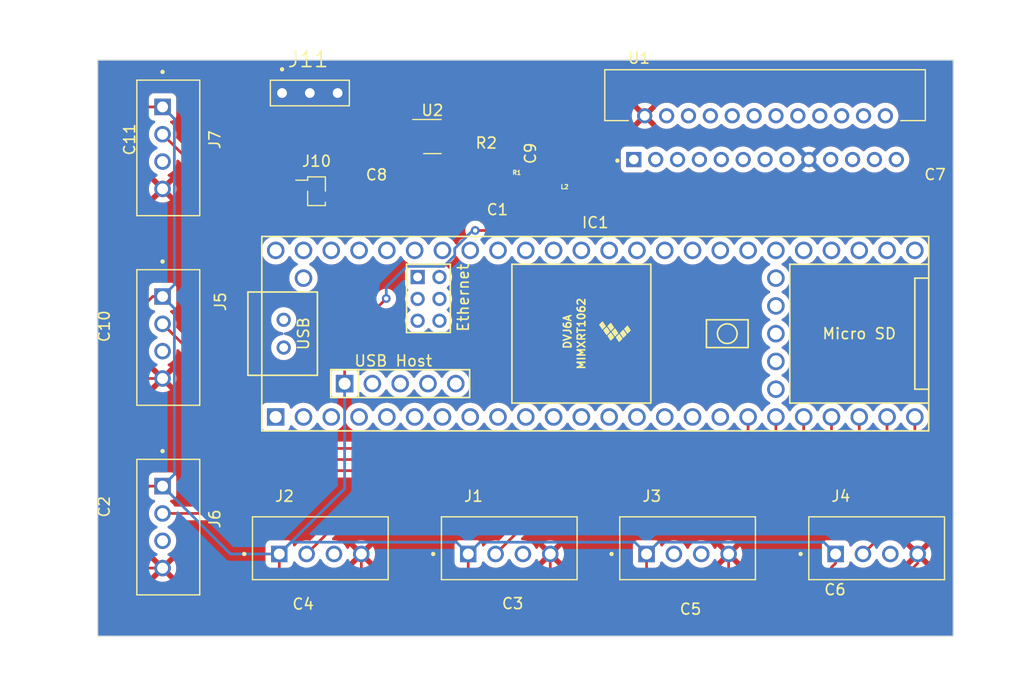
<source format=kicad_pcb>
(kicad_pcb (version 20221018) (generator pcbnew)
  (layers (0 "F.Cu" signal) (31 "B.Cu" signal) (34 "B.Paste" user) (35 "F.Paste" user) (36 "B.SilkS" user "B.Silkscreen") (37 "F.SilkS" user "F.Silkscreen") (38 "B.Mask" user) (39 "F.Mask" user) (44 "Edge.Cuts" user))
  (net 0 "")
  (net 1 "+5V")
  (net 2 "TX1")
  (net 8 "RX2")
  (net 9 "TX2")
  (net 15 "TX3")
  (net 16 "RX3")
  (net 17 "TX4")
  (net 18 "RX4")
  (net 19 "LF_LINE")
  (net 20 "RF_LINE")
  (net 21 "LF_LIR")
  (net 22 "RF_LIR")
  (net 23 "LS_SIR")
  (net 24 "RS_SIR")
  (net 52 "+12V")
  (net 53 "Net-(U2-VBST)")
  (net 54 "GNDS")
  (net 55 "B_LINE")
  (net 56 "M_SPD")
  (net 57 "M_REF")
  (net 58 "Net-(U1-VREG)")
  (net 59 "GND")
  (net 70 "M_IN1")
  (net 71 "M_IN2")
  (net 72 "Net-(J9-Pin_2)")
  (net 74 "Net-(J9-Pin_1)")
  (net 76 "Net-(J8-Pin_2)")
  (net 78 "Net-(J8-Pin_1)")
  (net 85 "Net-(U2-VFB)")
  (net 86 "IR_START")
  (footprint "RoboJackets:INDC2012X145N" (layer "F.Cu") (at 96.139 90.424)
    (fp_text reference "L2" (at -0.46 -1.32) (layer "F.SilkS") (effects (font (size 0.393701 0.393701))))
    (fp_text value "4.7 uH")
    (pad "1" smd rect (at -0.86 0) (size 1.2 1.47) (layers "F.Cu" "F.Paste" "F.Mask") (net 54 "GNDS"))
    (pad "2" smd rect (at 0.86 0) (size 1.2 1.47) (layers "F.Cu" "F.Paste" "F.Mask") (net 1 "+5V"))
  )
  (footprint "RoboJackets:JST_B4B-XH-A_LF__SN_" (layer "F.Cu") (at 59.453 85.538 -90)
    (fp_text reference "J7" (at -0.75 -4.25 90) (layer "F.SilkS"))
    (fp_text value "Line Sensor 3")
    (fp_line (start -6.2 -2.875) (end 6.2 -2.875) (stroke (width 0.127)) (layer "F.SilkS"))
    (fp_line (start -6.2 2.875) (end -6.2 -2.875) (stroke (width 0.127)) (layer "F.SilkS"))
    (fp_line (start 6.2 -2.875) (end 6.2 2.875) (stroke (width 0.127)) (layer "F.SilkS"))
    (fp_line (start 6.2 2.875) (end -6.2 2.875) (stroke (width 0.127)) (layer "F.SilkS"))
    (fp_circle (center -6.95 0.525) (end -6.85 0.525) (stroke (width 0.2)) (fill none) (layer "F.SilkS"))
    (pad "1" thru_hole rect (at -3.75 0.525 270) (size 1.508 1.508) (drill 1) (layers "*.Cu" "*.Mask") (net 1 "+5V"))
    (pad "2" thru_hole circle (at -1.25 0.525 270) (size 1.508 1.508) (drill 1) (layers "*.Cu" "*.Mask") (net 55 "B_LINE"))
    (pad "3" thru_hole circle (at 1.25 0.525 270) (size 1.508 1.508) (drill 1) (layers "*.Cu" "*.Mask"))
    (pad "4" thru_hole circle (at 3.75 0.525 270) (size 1.508 1.508) (drill 1) (layers "*.Cu" "*.Mask") (net 54 "GNDS"))
  )
  (footprint "RoboJackets:JST_B4B-XH-A_LF__SN_" (layer "F.Cu") (at 106.91875 122.157)
    (fp_text reference "J3" (at -3.275 -4.76) (layer "F.SilkS"))
    (fp_text value "Short IR Sensor 2")
    (fp_line (start -6.2 -2.875) (end 6.2 -2.875) (stroke (width 0.127)) (layer "F.SilkS"))
    (fp_line (start -6.2 2.875) (end -6.2 -2.875) (stroke (width 0.127)) (layer "F.SilkS"))
    (fp_line (start 6.2 -2.875) (end 6.2 2.875) (stroke (width 0.127)) (layer "F.SilkS"))
    (fp_line (start 6.2 2.875) (end -6.2 2.875) (stroke (width 0.127)) (layer "F.SilkS"))
    (fp_circle (center -6.95 0.525) (end -6.85 0.525) (stroke (width 0.2)) (fill none) (layer "F.SilkS"))
    (pad "1" thru_hole rect (at -3.75 0.525) (size 1.508 1.508) (drill 1) (layers "*.Cu" "*.Mask") (net 1 "+5V"))
    (pad "2" thru_hole circle (at -1.25 0.525) (size 1.508 1.508) (drill 1) (layers "*.Cu" "*.Mask") (net 23 "LS_SIR"))
    (pad "3" thru_hole circle (at 1.25 0.525) (size 1.508 1.508) (drill 1) (layers "*.Cu" "*.Mask"))
    (pad "4" thru_hole circle (at 3.75 0.525) (size 1.508 1.508) (drill 1) (layers "*.Cu" "*.Mask") (net 54 "GNDS"))
  )
  (footprint "Capacitor_SMD:C_0201_0603Metric" (layer "F.Cu") (at 71.7805 128.314)
    (fp_text reference "C4" (at 0 -1.05) (layer "F.SilkS"))
    (fp_text value "0.1uF")
    (pad "1" smd roundrect (at -0.32 0) (size 0.46 0.4) (layers "F.Cu" "F.Mask") (net 1 "+5V"))
    (pad "2" smd roundrect (at 0.32 0) (size 0.46 0.4) (layers "F.Cu" "F.Mask") (net 54 "GNDS"))
  )
  (footprint "Capacitor_SMD:C_0201_0603Metric" (layer "F.Cu") (at 54.102 120.396 -90)
    (fp_text reference "C2" (at -2.032 0.508 90) (layer "F.SilkS"))
    (fp_text value "0.1uF")
    (pad "1" smd roundrect (at -0.32 0 270) (size 0.46 0.4) (layers "F.Cu" "F.Mask") (net 1 "+5V"))
    (pad "2" smd roundrect (at 0.32 0 270) (size 0.46 0.4) (layers "F.Cu" "F.Mask") (net 54 "GNDS"))
  )
  (footprint "RoboJackets:JST_B4B-XH-A_LF__SN_" (layer "F.Cu") (at 124.2 122.157)
    (fp_text reference "J4" (at -3.275 -4.76) (layer "F.SilkS"))
    (fp_text value "Short IR Sensor 1")
    (fp_line (start -6.2 -2.875) (end 6.2 -2.875) (stroke (width 0.127)) (layer "F.SilkS"))
    (fp_line (start -6.2 2.875) (end -6.2 -2.875) (stroke (width 0.127)) (layer "F.SilkS"))
    (fp_line (start 6.2 -2.875) (end 6.2 2.875) (stroke (width 0.127)) (layer "F.SilkS"))
    (fp_line (start 6.2 2.875) (end -6.2 2.875) (stroke (width 0.127)) (layer "F.SilkS"))
    (fp_circle (center -6.95 0.525) (end -6.85 0.525) (stroke (width 0.2)) (fill none) (layer "F.SilkS"))
    (pad "1" thru_hole rect (at -3.75 0.525) (size 1.508 1.508) (drill 1) (layers "*.Cu" "*.Mask") (net 1 "+5V"))
    (pad "2" thru_hole circle (at -1.25 0.525) (size 1.508 1.508) (drill 1) (layers "*.Cu" "*.Mask") (net 24 "RS_SIR"))
    (pad "3" thru_hole circle (at 1.25 0.525) (size 1.508 1.508) (drill 1) (layers "*.Cu" "*.Mask"))
    (pad "4" thru_hole circle (at 3.75 0.525) (size 1.508 1.508) (drill 1) (layers "*.Cu" "*.Mask") (net 54 "GNDS"))
  )
  (footprint "Capacitor_SMD:C_0201_0603Metric" (layer "F.Cu") (at 54.864 84.77 -90)
    (fp_text reference "C11" (at 0 -1.05 90) (layer "F.SilkS"))
    (fp_text value "0.1uF")
    (pad "1" smd roundrect (at -0.32 0 270) (size 0.46 0.4) (layers "F.Cu" "F.Mask") (net 1 "+5V"))
    (pad "2" smd roundrect (at 0.32 0 270) (size 0.46 0.4) (layers "F.Cu" "F.Mask") (net 54 "GNDS"))
  )
  (footprint "Capacitor_SMD:C_0201_0603Metric" (layer "F.Cu") (at 107.188 128.778)
    (fp_text reference "C5" (at 0 -1.05) (layer "F.SilkS"))
    (fp_text value "0.1uF")
    (pad "1" smd roundrect (at -0.32 0) (size 0.46 0.4) (layers "F.Cu" "F.Mask") (net 1 "+5V"))
    (pad "2" smd roundrect (at 0.32 0) (size 0.46 0.4) (layers "F.Cu" "F.Mask") (net 54 "GNDS"))
  )
  (footprint "Capacitor_SMD:C_0201_0603Metric" (layer "F.Cu") (at 78.486 89.05)
    (fp_text reference "C8" (at 0 -1.05) (layer "F.SilkS"))
    (fp_text value ".1 uF")
    (pad "1" smd roundrect (at -0.32 0) (size 0.46 0.4) (layers "F.Cu" "F.Mask") (net 52 "+12V"))
    (pad "2" smd roundrect (at 0.32 0) (size 0.46 0.4) (layers "F.Cu" "F.Mask") (net 59 "GND"))
  )
  (footprint "RoboJackets:JST_B4B-XH-A_LF__SN_" (layer "F.Cu") (at 90.618 122.157)
    (fp_text reference "J1" (at -3.275 -4.76) (layer "F.SilkS"))
    (fp_text value "Long IR Sensor 1")
    (fp_line (start -6.2 -2.875) (end 6.2 -2.875) (stroke (width 0.127)) (layer "F.SilkS"))
    (fp_line (start -6.2 2.875) (end -6.2 -2.875) (stroke (width 0.127)) (layer "F.SilkS"))
    (fp_line (start 6.2 -2.875) (end 6.2 2.875) (stroke (width 0.127)) (layer "F.SilkS"))
    (fp_line (start 6.2 2.875) (end -6.2 2.875) (stroke (width 0.127)) (layer "F.SilkS"))
    (fp_circle (center -6.95 0.525) (end -6.85 0.525) (stroke (width 0.2)) (fill none) (layer "F.SilkS"))
    (pad "1" thru_hole rect (at -3.75 0.525) (size 1.508 1.508) (drill 1) (layers "*.Cu" "*.Mask") (net 1 "+5V"))
    (pad "2" thru_hole circle (at -1.25 0.525) (size 1.508 1.508) (drill 1) (layers "*.Cu" "*.Mask") (net 22 "RF_LIR"))
    (pad "3" thru_hole circle (at 1.25 0.525) (size 1.508 1.508) (drill 1) (layers "*.Cu" "*.Mask"))
    (pad "4" thru_hole circle (at 3.75 0.525) (size 1.508 1.508) (drill 1) (layers "*.Cu" "*.Mask") (net 54 "GNDS"))
  )
  (footprint "Capacitor_SMD:C_0201_0603Metric" (layer "F.Cu") (at 120.396 127)
    (fp_text reference "C6" (at 0 -1.05) (layer "F.SilkS"))
    (fp_text value "0.1uF")
    (pad "1" smd roundrect (at -0.32 0) (size 0.46 0.4) (layers "F.Cu" "F.Mask") (net 1 "+5V"))
    (pad "2" smd roundrect (at 0.32 0) (size 0.46 0.4) (layers "F.Cu" "F.Mask") (net 54 "GNDS"))
  )
  (footprint "RoboJackets:robo" (layer "F.Cu") (at 88.519 85.09)
    (fp_text reference "R2" (at 0 0 unlocked) (layer "F.SilkS"))
    (fp_text value "50kΩ")
    (pad "1" smd rect (at -0.654399 0) (size 0.858799 0.550799) (layers "F.Cu" "F.Paste" "F.Mask") (net 85 "Net-(U2-VFB)"))
    (pad "2" smd rect (at 0.654399 0) (size 0.858799 0.550799) (layers "F.Cu" "F.Paste" "F.Mask") (net 54 "GNDS"))
    (zone (net 0) (net_name "") (layer "F.Cu") (connect_pads (clearance 0)) (min_thickness 0.254)
      (keepout (tracks not_allowed) (vias not_allowed) (pads allowed) (copperpour not_allowed) (footprints allowed))
      (fill (thermal_gap 0.508) (thermal_bridge_width 0.508))
      (polygon (pts (xy 88.3448 84.8908) (xy 88.6932 84.8908) (xy 88.6932 85.2892) (xy 88.3448 85.2892)))
    )
  )
  (footprint "RoboJackets:JST_B4B-XH-A_LF__SN_" (layer "F.Cu") (at 73.346 122.157)
    (fp_text reference "J2" (at -3.275 -4.76) (layer "F.SilkS"))
    (fp_text value "Long IR Sensor 2")
    (fp_line (start -6.2 -2.875) (end 6.2 -2.875) (stroke (width 0.127)) (layer "F.SilkS"))
    (fp_line (start -6.2 2.875) (end -6.2 -2.875) (stroke (width 0.127)) (layer "F.SilkS"))
    (fp_line (start 6.2 -2.875) (end 6.2 2.875) (stroke (width 0.127)) (layer "F.SilkS"))
    (fp_line (start 6.2 2.875) (end -6.2 2.875) (stroke (width 0.127)) (layer "F.SilkS"))
    (fp_circle (center -6.95 0.525) (end -6.85 0.525) (stroke (width 0.2)) (fill none) (layer "F.SilkS"))
    (pad "1" thru_hole rect (at -3.75 0.525) (size 1.508 1.508) (drill 1) (layers "*.Cu" "*.Mask") (net 1 "+5V"))
    (pad "2" thru_hole circle (at -1.25 0.525) (size 1.508 1.508) (drill 1) (layers "*.Cu" "*.Mask") (net 21 "LF_LIR"))
    (pad "3" thru_hole circle (at 1.25 0.525) (size 1.508 1.508) (drill 1) (layers "*.Cu" "*.Mask"))
    (pad "4" thru_hole circle (at 3.75 0.525) (size 1.508 1.508) (drill 1) (layers "*.Cu" "*.Mask") (net 54 "GNDS"))
  )
  (footprint "Connector_PinSocket_1.00mm:PinSocket_1x02_P1.00mm_Vertical_SMD_Pin1Left" (layer "F.Cu") (at 73 89.5)
    (fp_text reference "J10" (at 0 -2.75) (layer "F.SilkS"))
    (fp_text value "Battery Socket")
    (fp_line (start -1.89 -1.01) (end -0.81 -1.01) (stroke (width 0.12)) (layer "F.SilkS"))
    (fp_line (start -0.81 -1.31) (end -0.81 -1.01) (stroke (width 0.12)) (layer "F.SilkS"))
    (fp_line (start -0.81 -1.31) (end 0.81 -1.31) (stroke (width 0.12)) (layer "F.SilkS"))
    (fp_line (start -0.81 0.01) (end -0.81 1.31) (stroke (width 0.12)) (layer "F.SilkS"))
    (fp_line (start -0.81 1.31) (end 0.81 1.31) (stroke (width 0.12)) (layer "F.SilkS"))
    (fp_line (start 0.81 -1.31) (end 0.81 -0.01) (stroke (width 0.12)) (layer "F.SilkS"))
    (fp_line (start 0.81 1.01) (end 0.81 1.31) (stroke (width 0.12)) (layer "F.SilkS"))
    (pad "1" smd rect (at -0.975 -0.5) (size 1.95 0.5) (layers "F.Cu" "F.Paste" "F.Mask"))
    (pad "2" smd rect (at 0.975 0.5) (size 1.95 0.5) (layers "F.Cu" "F.Paste" "F.Mask"))
  )
  (footprint "RoboJackets:JST_B4B-XH-A_LF__SN_" (layer "F.Cu") (at 59.453 120.22425 -90)
    (fp_text reference "J6" (at -0.75 -4.25 90) (layer "F.SilkS"))
    (fp_text value "Line Sensor 2")
    (fp_line (start -6.2 -2.875) (end 6.2 -2.875) (stroke (width 0.127)) (layer "F.SilkS"))
    (fp_line (start -6.2 2.875) (end -6.2 -2.875) (stroke (width 0.127)) (layer "F.SilkS"))
    (fp_line (start 6.2 -2.875) (end 6.2 2.875) (stroke (width 0.127)) (layer "F.SilkS"))
    (fp_line (start 6.2 2.875) (end -6.2 2.875) (stroke (width 0.127)) (layer "F.SilkS"))
    (fp_circle (center -6.95 0.525) (end -6.85 0.525) (stroke (width 0.2)) (fill none) (layer "F.SilkS"))
    (pad "1" thru_hole rect (at -3.75 0.525 270) (size 1.508 1.508) (drill 1) (layers "*.Cu" "*.Mask") (net 1 "+5V"))
    (pad "2" thru_hole circle (at -1.25 0.525 270) (size 1.508 1.508) (drill 1) (layers "*.Cu" "*.Mask") (net 20 "RF_LINE"))
    (pad "3" thru_hole circle (at 1.25 0.525 270) (size 1.508 1.508) (drill 1) (layers "*.Cu" "*.Mask"))
    (pad "4" thru_hole circle (at 3.75 0.525 270) (size 1.508 1.508) (drill 1) (layers "*.Cu" "*.Mask") (net 54 "GNDS"))
  )
  (footprint "RoboJackets:JST_B4B-XH-A_LF__SN_" (layer "F.Cu") (at 59.453 102.881125 -90)
    (fp_text reference "J5" (at -3.275 -4.76 90) (layer "F.SilkS"))
    (fp_text value "Line Sensor 1")
    (fp_line (start -6.2 -2.875) (end 6.2 -2.875) (stroke (width 0.127)) (layer "F.SilkS"))
    (fp_line (start -6.2 2.875) (end -6.2 -2.875) (stroke (width 0.127)) (layer "F.SilkS"))
    (fp_line (start 6.2 -2.875) (end 6.2 2.875) (stroke (width 0.127)) (layer "F.SilkS"))
    (fp_line (start 6.2 2.875) (end -6.2 2.875) (stroke (width 0.127)) (layer "F.SilkS"))
    (fp_circle (center -6.95 0.525) (end -6.85 0.525) (stroke (width 0.2)) (fill none) (layer "F.SilkS"))
    (pad "1" thru_hole rect (at -3.75 0.525 270) (size 1.508 1.508) (drill 1) (layers "*.Cu" "*.Mask") (net 1 "+5V"))
    (pad "2" thru_hole circle (at -1.25 0.525 270) (size 1.508 1.508) (drill 1) (layers "*.Cu" "*.Mask") (net 19 "LF_LINE"))
    (pad "3" thru_hole circle (at 1.25 0.525 270) (size 1.508 1.508) (drill 1) (layers "*.Cu" "*.Mask"))
    (pad "4" thru_hole circle (at 3.75 0.525 270) (size 1.508 1.508) (drill 1) (layers "*.Cu" "*.Mask") (net 54 "GNDS"))
  )
  (footprint "Capacitor_SMD:C_0201_0603Metric" (layer "F.Cu") (at 90.932 128.27)
    (fp_text reference "C3" (at 0 -1.05) (layer "F.SilkS"))
    (fp_text value "0.1uF")
    (pad "1" smd roundrect (at -0.32 0) (size 0.46 0.4) (layers "F.Cu" "F.Mask") (net 1 "+5V"))
    (pad "2" smd roundrect (at 0.32 0) (size 0.46 0.4) (layers "F.Cu" "F.Mask") (net 54 "GNDS"))
  )
  (footprint "RoboJackets:TO100P2930X465X1937-25" (layer "F.Cu") (at 102 86.6)
    (fp_text reference "U1" (at 0.475 -9.275) (layer "F.SilkS"))
    (fp_text value "TB67H303HG (MD)")
    (fp_line (start -2.65 -8.21) (end 26.65 -8.21) (stroke (width 0.127)) (layer "F.SilkS"))
    (fp_line (start -2.65 -3.56) (end -2.65 -8.21) (stroke (width 0.127)) (layer "F.SilkS"))
    (fp_line (start -2.65 -3.56) (end -0.5 -3.56) (stroke (width 0.127)) (layer "F.SilkS"))
    (fp_line (start 26.65 -8.21) (end 26.65 -3.56) (stroke (width 0.127)) (layer "F.SilkS"))
    (fp_line (start 26.65 -3.56) (end 24.4 -3.56) (stroke (width 0.127)) (layer "F.SilkS"))
    (fp_circle (center -1.5 0.1) (end -1.4 0.1) (stroke (width 0.2)) (fill none) (layer "F.SilkS"))
    (pad "1" thru_hole rect (at 0 0) (size 1.388 1.388) (drill 0.88) (layers "*.Cu" "*.Mask"))
    (pad "2" thru_hole circle (at 1 -4) (size 1.388 1.388) (drill 0.88) (layers "*.Cu" "*.Mask") (net 54 "GNDS"))
    (pad "3" thru_hole circle (at 2 0) (size 1.388 1.388) (drill 0.88) (layers "*.Cu" "*.Mask"))
    (pad "4" thru_hole circle (at 3 -4) (size 1.388 1.388) (drill 0.88) (layers "*.Cu" "*.Mask"))
    (pad "5" thru_hole circle (at 4 0) (size 1.388 1.388) (drill 0.88) (layers "*.Cu" "*.Mask") (net 57 "M_REF"))
    (pad "6" thru_hole circle (at 5 -4) (size 1.388 1.388) (drill 0.88) (layers "*.Cu" "*.Mask") (net 52 "+12V"))
    (pad "7" thru_hole circle (at 6 0) (size 1.388 1.388) (drill 0.88) (layers "*.Cu" "*.Mask"))
    (pad "8" thru_hole circle (at 7 -4) (size 1.388 1.388) (drill 0.88) (layers "*.Cu" "*.Mask") (net 70 "M_IN1"))
    (pad "9" thru_hole circle (at 8 0) (size 1.388 1.388) (drill 0.88) (layers "*.Cu" "*.Mask") (net 71 "M_IN2"))
    (pad "10" thru_hole circle (at 9 -4) (size 1.388 1.388) (drill 0.88) (layers "*.Cu" "*.Mask") (net 72 "Net-(J9-Pin_2)"))
    (pad "11" thru_hole circle (at 10 0) (size 1.388 1.388) (drill 0.88) (layers "*.Cu" "*.Mask"))
    (pad "12" thru_hole circle (at 11 -4) (size 1.388 1.388) (drill 0.88) (layers "*.Cu" "*.Mask") (net 74 "Net-(J9-Pin_1)"))
    (pad "13" thru_hole circle (at 12 0) (size 1.388 1.388) (drill 0.88) (layers "*.Cu" "*.Mask"))
    (pad "14" thru_hole circle (at 13 -4) (size 1.388 1.388) (drill 0.88) (layers "*.Cu" "*.Mask") (net 76 "Net-(J8-Pin_2)"))
    (pad "15" thru_hole circle (at 14 0) (size 1.388 1.388) (drill 0.88) (layers "*.Cu" "*.Mask"))
    (pad "16" thru_hole circle (at 15 -4) (size 1.388 1.388) (drill 0.88) (layers "*.Cu" "*.Mask") (net 78 "Net-(J8-Pin_1)"))
    (pad "17" thru_hole circle (at 16 0) (size 1.388 1.388) (drill 0.88) (layers "*.Cu" "*.Mask") (net 59 "GND"))
    (pad "18" thru_hole circle (at 17 -4) (size 1.388 1.388) (drill 0.88) (layers "*.Cu" "*.Mask"))
    (pad "19" thru_hole circle (at 18 0) (size 1.388 1.388) (drill 0.88) (layers "*.Cu" "*.Mask"))
    (pad "20" thru_hole circle (at 19 -4) (size 1.388 1.388) (drill 0.88) (layers "*.Cu" "*.Mask") (net 52 "+12V"))
    (pad "21" thru_hole circle (at 20 0) (size 1.388 1.388) (drill 0.88) (layers "*.Cu" "*.Mask"))
    (pad "22" thru_hole circle (at 21 -4) (size 1.388 1.388) (drill 0.88) (layers "*.Cu" "*.Mask") (net 56 "M_SPD"))
    (pad "23" thru_hole circle (at 22 0) (size 1.388 1.388) (drill 0.88) (layers "*.Cu" "*.Mask"))
    (pad "24" thru_hole circle (at 23 -4) (size 1.388 1.388) (drill 0.88) (layers "*.Cu" "*.Mask") (net 58 "Net-(U1-VREG)"))
    (pad "25" thru_hole circle (at 24 0) (size 1.388 1.388) (drill 0.88) (layers "*.Cu" "*.Mask"))
  )
  (footprint "Capacitor_SMD:C_0201_0603Metric" (layer "F.Cu") (at 89.408 92.202 180)
    (fp_text reference "C1" (at -0.127 1.016) (layer "F.SilkS"))
    (fp_text value ".1 uF")
    (pad "1" smd roundrect (at -0.32 0 180) (size 0.46 0.4) (layers "F.Cu" "F.Mask") (net 1 "+5V"))
    (pad "2" smd roundrect (at 0.32 0 180) (size 0.46 0.4) (layers "F.Cu" "F.Mask") (net 54 "GNDS"))
  )
  (footprint "Capacitor_SMD:C_0201_0603Metric" (layer "F.Cu") (at 93.599 86.04 90)
    (fp_text reference "C9" (at 0 -1.05 90) (layer "F.SilkS"))
    (fp_text value ".1 uF")
    (pad "1" smd roundrect (at -0.32 0 90) (size 0.46 0.4) (layers "F.Cu" "F.Mask") (net 54 "GNDS"))
    (pad "2" smd roundrect (at 0.32 0 90) (size 0.46 0.4) (layers "F.Cu" "F.Mask") (net 53 "Net-(U2-VBST)"))
  )
  (footprint "RoboJackets:TE_5-146280-3" (layer "F.Cu") (at 72.39 80.518)
    (fp_text reference "J11" (at -0.16529 -3.0645) (layer "F.SilkS") (effects (font (size 1.40252 1.40252))))
    (fp_text value "IR Start Module")
    (fp_line (start -3.61 -1.17) (end 3.61 -1.17) (stroke (width 0.127)) (layer "F.SilkS"))
    (fp_line (start -3.61 1.17) (end -3.61 -1.17) (stroke (width 0.127)) (layer "F.SilkS"))
    (fp_line (start 3.61 -1.17) (end 3.61 1.17) (stroke (width 0.127)) (layer "F.SilkS"))
    (fp_line (start 3.61 1.17) (end -3.61 1.17) (stroke (width 0.127)) (layer "F.SilkS"))
    (fp_circle (center -2.54 -2.17) (end -2.44 -2.17) (stroke (width 0.2)) (fill none) (layer "F.SilkS"))
    (pad "1" thru_hole rect (at -2.54 0) (size 1.398 1.398) (drill 0.89) (layers "*.Cu" "*.Mask") (net 1 "+5V"))
    (pad "2" thru_hole circle (at 0 0) (size 1.398 1.398) (drill 0.89) (layers "*.Cu" "*.Mask") (net 54 "GNDS"))
    (pad "3" thru_hole circle (at 2.54 0) (size 1.398 1.398) (drill 0.89) (layers "*.Cu" "*.Mask") (net 86 "IR_START"))
  )
  (footprint "RoboJackets:RESC1608X50N" (layer "F.Cu") (at 91.567 88.9)
    (fp_text reference "R1" (at -0.26 -1.1) (layer "F.SilkS") (effects (font (size 0.393701 0.393701))))
    (fp_text value "5kΩ")
    (pad "1" smd rect (at -0.79 0) (size 0.94 1.02) (layers "F.Cu" "F.Paste" "F.Mask") (net 85 "Net-(U2-VFB)"))
    (pad "2" smd rect (at 0.79 0) (size 0.94 1.02) (layers "F.Cu" "F.Paste" "F.Mask") (net 1 "+5V"))
  )
  (footprint "Capacitor_SMD:C_0201_0603Metric" (layer "F.Cu") (at 54.61 102.87 -90)
    (fp_text reference "C10" (at -1.016 1.016 90) (layer "F.SilkS"))
    (fp_text value "0.1uF")
    (pad "1" smd roundrect (at -0.32 0 270) (size 0.46 0.4) (layers "F.Cu" "F.Mask") (net 1 "+5V"))
    (pad "2" smd roundrect (at 0.32 0 270) (size 0.46 0.4) (layers "F.Cu" "F.Mask") (net 54 "GNDS"))
  )
  (footprint "Capacitor_SMD:C_0201_0603Metric" (layer "F.Cu") (at 129.54 89.027)
    (fp_text reference "C7" (at 0 -1.05) (layer "F.SilkS"))
    (fp_text value "0.1uF")
    (pad "1" smd roundrect (at -0.32 0) (size 0.46 0.4) (layers "F.Cu" "F.Mask") (net 54 "GNDS"))
    (pad "2" smd roundrect (at 0.32 0) (size 0.46 0.4) (layers "F.Cu" "F.Mask") (net 58 "Net-(U1-VREG)"))
  )
  (footprint "Package_TO_SOT_SMD:SOT-23-6" (layer "F.Cu") (at 83.595 84.5)
    (fp_text reference "U2" (at 0 -2.4) (layer "F.SilkS"))
    (fp_text value "TPS562200 (VR)")
    (fp_line (start 0 -1.56) (end -1.8 -1.56) (stroke (width 0.12)) (layer "F.SilkS"))
    (fp_line (start 0 -1.56) (end 0.8 -1.56) (stroke (width 0.12)) (layer "F.SilkS"))
    (fp_line (start 0 1.56) (end -0.8 1.56) (stroke (width 0.12)) (layer "F.SilkS"))
    (fp_line (start 0 1.56) (end 0.8 1.56) (stroke (width 0.12)) (layer "F.SilkS"))
    (pad "1" smd roundrect (at -1.1375 -0.95) (size 1.325 0.6) (layers "F.Cu" "F.Paste" "F.Mask") (net 54 "GNDS"))
    (pad "2" smd roundrect (at -1.1375 0) (size 1.325 0.6) (layers "F.Cu" "F.Paste" "F.Mask") (net 54 "GNDS"))
    (pad "3" smd roundrect (at -1.1375 0.95) (size 1.325 0.6) (layers "F.Cu" "F.Paste" "F.Mask") (net 52 "+12V"))
    (pad "4" smd roundrect (at 1.1375 0.95) (size 1.325 0.6) (layers "F.Cu" "F.Paste" "F.Mask") (net 85 "Net-(U2-VFB)"))
    (pad "5" smd roundrect (at 1.1375 0) (size 1.325 0.6) (layers "F.Cu" "F.Paste" "F.Mask") (net 52 "+12V"))
    (pad "6" smd roundrect (at 1.1375 -0.95) (size 1.325 0.6) (layers "F.Cu" "F.Paste" "F.Mask") (net 53 "Net-(U2-VBST)"))
  )
  (footprint "Teensy Lib:TEENSY41" (layer "F.Cu") (at 98.48 102.53)
    (fp_text reference "IC1" (at 0 -10.16) (layer "F.SilkS"))
    (fp_text value "TEENSY_4.1")
    (fp_text user "DVJ6A" (at -2.54 -0.18 -90) (layer "F.SilkS") (effects (font (size 0.7 0.7))))
    (fp_text user "Ethernet" (at -12.065 -3.2766 90) (layer "F.SilkS"))
    (fp_text user "USB Host" (at -18.4658 2.4892) (layer "F.SilkS"))
    (fp_text user "USB" (at -26.67 0 270) (layer "F.SilkS"))
    (fp_text user "MIMXRT1062" (at -1.27 0 -90) (layer "F.SilkS") (effects (font (size 0.7 0.7))))
    (fp_text user "Micro SD" (at 24.13 0) (layer "F.SilkS"))
    (fp_line (start -31.75 -3.81) (end -30.48 -3.81) (stroke (width 0.15)) (layer "F.SilkS"))
    (fp_line (start -31.75 3.81) (end -31.75 -3.81) (stroke (width 0.15)) (layer "F.SilkS"))
    (fp_line (start -30.48 -8.89) (end 30.48 -8.89) (stroke (width 0.15)) (layer "F.SilkS"))
    (fp_line (start -30.48 3.81) (end -31.75 3.81) (stroke (width 0.15)) (layer "F.SilkS"))
    (fp_line (start -30.48 8.89) (end -30.48 -8.89) (stroke (width 0.15)) (layer "F.SilkS"))
    (fp_line (start -25.4 -3.81) (end -30.48 -3.81) (stroke (width 0.15)) (layer "F.SilkS"))
    (fp_line (start -25.4 3.81) (end -30.48 3.81) (stroke (width 0.15)) (layer "F.SilkS"))
    (fp_line (start -25.4 3.81) (end -25.4 -3.81) (stroke (width 0.15)) (layer "F.SilkS"))
    (fp_line (start -24.1808 3.2992) (end -21.6408 3.2992) (stroke (width 0.15)) (layer "F.SilkS"))
    (fp_line (start -24.1808 3.2992) (end -11.4808 3.2992) (stroke (width 0.15)) (layer "F.SilkS"))
    (fp_line (start -24.1808 5.8392) (end -24.1808 3.2992) (stroke (width 0.15)) (layer "F.SilkS"))
    (fp_line (start -21.6408 3.2992) (end -21.6408 5.8392) (stroke (width 0.15)) (layer "F.SilkS"))
    (fp_line (start -17.25 -6.3516) (end -17.25 -6.1016) (stroke (width 0.15)) (layer "F.SilkS"))
    (fp_line (start -17.25 -6.1016) (end -17.25 -0.1016) (stroke (width 0.15)) (layer "F.SilkS"))
    (fp_line (start -17.25 -0.1016) (end -13.25 -0.1016) (stroke (width 0.15)) (layer "F.SilkS"))
    (fp_line (start -13.25 -6.3516) (end -17.25 -6.3516) (stroke (width 0.15)) (layer "F.SilkS"))
    (fp_line (start -13.25 -0.1016) (end -13.25 -6.3516) (stroke (width 0.15)) (layer "F.SilkS"))
    (fp_line (start -11.4808 3.2992) (end -11.4808 5.8392) (stroke (width 0.15)) (layer "F.SilkS"))
    (fp_line (start -11.4808 5.8392) (end -24.1808 5.8392) (stroke (width 0.15)) (layer "F.SilkS"))
    (fp_line (start -7.62 -6.35) (end -7.62 6.35) (stroke (width 0.15)) (layer "F.SilkS"))
    (fp_line (start -7.62 6.35) (end 5.08 6.35) (stroke (width 0.15)) (layer "F.SilkS"))
    (fp_line (start 5.08 -6.35) (end -7.62 -6.35) (stroke (width 0.15)) (layer "F.SilkS"))
    (fp_line (start 5.08 6.35) (end 5.08 -6.35) (stroke (width 0.15)) (layer "F.SilkS"))
    (fp_line (start 10.16 -1.27) (end 13.97 -1.27) (stroke (width 0.15)) (layer "F.SilkS"))
    (fp_line (start 10.16 1.27) (end 10.16 -1.27) (stroke (width 0.15)) (layer "F.SilkS"))
    (fp_line (start 13.97 -1.27) (end 13.97 1.27) (stroke (width 0.15)) (layer "F.SilkS"))
    (fp_line (start 13.97 1.27) (end 10.16 1.27) (stroke (width 0.15)) (layer "F.SilkS"))
    (fp_line (start 17.78 -6.35) (end 17.78 6.35) (stroke (width 0.15)) (layer "F.SilkS"))
    (fp_line (start 17.78 6.35) (end 30.48 6.35) (stroke (width 0.15)) (layer "F.SilkS"))
    (fp_line (start 29.21 -5.08) (end 29.21 5.08) (stroke (width 0.15)) (layer "F.SilkS"))
    (fp_line (start 29.21 5.08) (end 30.48 5.08) (stroke (width 0.15)) (layer "F.SilkS"))
    (fp_line (start 30.48 -8.89) (end 30.48 8.89) (stroke (width 0.15)) (layer "F.SilkS"))
    (fp_line (start 30.48 -6.35) (end 17.78 -6.35) (stroke (width 0.15)) (layer "F.SilkS"))
    (fp_line (start 30.48 -5.08) (end 29.21 -5.08) (stroke (width 0.15)) (layer "F.SilkS"))
    (fp_line (start 30.48 8.89) (end -30.48 8.89) (stroke (width 0.15)) (layer "F.SilkS"))
    (fp_circle (center 12.065 0) (end 12.7 -0.635) (stroke (width 0.15)) (fill none) (layer "F.SilkS"))
    (fp_poly (pts (xy 0.911 -0.688) (xy 0.657 -0.434) (xy 0.403 -0.815) (xy 0.657 -1.069)) (stroke (width 0.1)) (fill solid) (layer "F.SilkS"))
    (fp_poly (pts (xy 1.292 -0.18) (xy 1.038 0.074) (xy 0.784 -0.307) (xy 1.038 -0.561)) (stroke (width 0.1)) (fill solid) (layer "F.SilkS"))
    (fp_poly (pts (xy 1.673 -0.561) (xy 1.419 -0.307) (xy 1.165 -0.688) (xy 1.419 -0.942)) (stroke (width 0.1)) (fill solid) (layer "F.SilkS"))
    (fp_poly (pts (xy 1.673 0.328) (xy 1.419 0.582) (xy 1.165 0.201) (xy 1.419 -0.053)) (stroke (width 0.1)) (fill solid) (layer "F.SilkS"))
    (fp_poly (pts (xy 2.054 -0.053) (xy 1.8 0.201) (xy 1.546 -0.18) (xy 1.8 -0.434)) (stroke (width 0.1)) (fill solid) (layer "F.SilkS"))
    (fp_poly (pts (xy 2.435 0.455) (xy 2.181 0.709) (xy 1.927 0.328) (xy 2.181 0.074)) (stroke (width 0.1)) (fill solid) (layer "F.SilkS"))
    (fp_poly (pts (xy 2.816 0.074) (xy 2.562 0.328) (xy 2.308 -0.053) (xy 2.562 -0.307)) (stroke (width 0.1)) (fill solid) (layer "F.SilkS"))
    (fp_poly (pts (xy 3.197 -0.307) (xy 2.943 -0.053) (xy 2.689 -0.434) (xy 2.943 -0.688)) (stroke (width 0.1)) (fill solid) (layer "F.SilkS"))
    (pad "1" thru_hole rect (at -29.21 7.62) (size 1.6 1.6) (drill 1.1) (layers "*.Cu" "*.Mask") (net 2 "TX1"))
    (pad "2" thru_hole circle (at -26.67 7.62) (size 1.6 1.6) (drill 1.1) (layers "*.Cu" "*.Mask"))
    (pad "3" thru_hole circle (at -24.13 7.62) (size 1.6 1.6) (drill 1.1) (layers "*.Cu" "*.Mask"))
    (pad "4" thru_hole circle (at -21.59 7.62) (size 1.6 1.6) (drill 1.1) (layers "*.Cu" "*.Mask"))
    (pad "5" thru_hole circle (at -19.05 7.62) (size 1.6 1.6) (drill 1.1) (layers "*.Cu" "*.Mask"))
    (pad "6" thru_hole circle (at -16.51 7.62) (size 1.6 1.6) (drill 1.1) (layers "*.Cu" "*.Mask"))
    (pad "7" thru_hole circle (at -13.97 7.62) (size 1.6 1.6) (drill 1.1) (layers "*.Cu" "*.Mask") (net 8 "RX2"))
    (pad "8" thru_hole circle (at -11.43 7.62) (size 1.6 1.6) (drill 1.1) (layers "*.Cu" "*.Mask") (net 9 "TX2"))
    (pad "9" thru_hole circle (at -8.89 7.62) (size 1.6 1.6) (drill 1.1) (layers "*.Cu" "*.Mask"))
    (pad "10" thru_hole circle (at -6.35 7.62) (size 1.6 1.6) (drill 1.1) (layers "*.Cu" "*.Mask"))
    (pad "11" thru_hole circle (at -3.81 7.62) (size 1.6 1.6) (drill 1.1) (layers "*.Cu" "*.Mask"))
    (pad "12" thru_hole circle (at -1.27 7.62) (size 1.6 1.6) (drill 1.1) (layers "*.Cu" "*.Mask"))
    (pad "13" thru_hole circle (at 1.27 7.62) (size 1.6 1.6) (drill 1.1) (layers "*.Cu" "*.Mask"))
    (pad "14" thru_hole circle (at 3.81 7.62) (size 1.6 1.6) (drill 1.1) (layers "*.Cu" "*.Mask") (net 15 "TX3"))
    (pad "15" thru_hole circle (at 6.35 7.62) (size 1.6 1.6) (drill 1.1) (layers "*.Cu" "*.Mask") (net 16 "RX3"))
    (pad "16" thru_hole circle (at 8.89 7.62) (size 1.6 1.6) (drill 1.1) (layers "*.Cu" "*.Mask") (net 17 "TX4"))
    (pad "17" thru_hole circle (at 11.43 7.62) (size 1.6 1.6) (drill 1.1) (layers "*.Cu" "*.Mask") (net 18 "RX4"))
    (pad "18" thru_hole circle (at 13.97 7.62) (size 1.6 1.6) (drill 1.1) (layers "*.Cu" "*.Mask") (net 55 "B_LINE"))
    (pad "19" thru_hole circle (at 16.51 7.62) (size 1.6 1.6) (drill 1.1) (layers "*.Cu" "*.Mask") (net 19 "LF_LINE"))
    (pad "20" thru_hole circle (at 19.05 7.62) (size 1.6 1.6) (drill 1.1) (layers "*.Cu" "*.Mask") (net 20 "RF_LINE"))
    (pad "21" thru_hole circle (at 21.59 7.62) (size 1.6 1.6) (drill 1.1) (layers "*.Cu" "*.Mask") (net 21 "LF_LIR"))
    (pad "22" thru_hole circle (at 24.13 7.62) (size 1.6 1.6) (drill 1.1) (layers "*.Cu" "*.Mask") (net 22 "RF_LIR"))
    (pad "23" thru_hole circle (at 26.67 7.62) (size 1.6 1.6) (drill 1.1) (layers "*.Cu" "*.Mask") (net 23 "LS_SIR"))
    (pad "24" thru_hole circle (at 29.21 7.62) (size 1.6 1.6) (drill 1.1) (layers "*.Cu" "*.Mask") (net 24 "RS_SIR"))
    (pad "25" thru_hole circle (at 29.21 -7.62) (size 1.6 1.6) (drill 1.1) (layers "*.Cu" "*.Mask") (net 56 "M_SPD"))
    (pad "26" thru_hole circle (at 26.67 -7.62) (size 1.6 1.6) (drill 1.1) (layers "*.Cu" "*.Mask") (net 57 "M_REF"))
    (pad "27" thru_hole circle (at 24.13 -7.62) (size 1.6 1.6) (drill 1.1) (layers "*.Cu" "*.Mask") (net 86 "IR_START"))
    (pad "28" thru_hole circle (at 21.59 -7.62) (size 1.6 1.6) (drill 1.1) (layers "*.Cu" "*.Mask"))
    (pad "29" thru_hole circle (at 19.05 -7.62) (size 1.6 1.6) (drill 1.1) (layers "*.Cu" "*.Mask"))
    (pad "30" thru_hole circle (at 16.51 -7.62) (size 1.6 1.6) (drill 1.1) (layers "*.Cu" "*.Mask"))
    (pad "31" thru_hole circle (at 13.97 -7.62) (size 1.6 1.6) (drill 1.1) (layers "*.Cu" "*.Mask"))
    (pad "32" thru_hole circle (at 11.43 -7.62) (size 1.6 1.6) (drill 1.1) (layers "*.Cu" "*.Mask"))
    (pad "33" thru_hole circle (at 8.89 -7.62) (size 1.6 1.6) (drill 1.1) (layers "*.Cu" "*.Mask"))
    (pad "34" thru_hole circle (at 6.35 -7.62) (size 1.6 1.6) (drill 1.1) (layers "*.Cu" "*.Mask"))
    (pad "35" thru_hole circle (at 3.81 -7.62) (size 1.6 1.6) (drill 1.1) (layers "*.Cu" "*.Mask"))
    (pad "36" thru_hole circle (at 1.27 -7.62) (size 1.6 1.6) (drill 1.1) (layers "*.Cu" "*.Mask"))
    (pad "37" thru_hole circle (at -1.27 -7.62) (size 1.6 1.6) (drill 1.1) (layers "*.Cu" "*.Mask"))
    (pad "38" thru_hole circle (at -3.81 -7.62) (size 1.6 1.6) (drill 1.1) (layers "*.Cu" "*.Mask"))
    (pad "39" thru_hole circle (at -6.35 -7.62) (size 1.6 1.6) (drill 1.1) (layers "*.Cu" "*.Mask"))
    (pad "40" thru_hole circle (at -8.89 -7.62) (size 1.6 1.6) (drill 1.1) (layers "*.Cu" "*.Mask"))
    (pad "41" thru_hole circle (at -11.43 -7.62) (size 1.6 1.6) (drill 1.1) (layers "*.Cu" "*.Mask"))
    (pad "42" thru_hole circle (at -13.97 -7.62) (size 1.6 1.6) (drill 1.1) (layers "*.Cu" "*.Mask"))
    (pad "43" thru_hole circle (at -16.51 -7.62) (size 1.6 1.6) (drill 1.1) (layers "*.Cu" "*.Mask"))
    (pad "44" thru_hole circle (at -19.05 -7.62) (size 1.6 1.6) (drill 1.1) (layers "*.Cu" "*.Mask"))
    (pad "45" thru_hole circle (at -21.59 -7.62) (size 1.6 1.6) (drill 1.1) (layers "*.Cu" "*.Mask"))
    (pad "46" thru_hole circle (at -24.13 -7.62) (size 1.6 1.6) (drill 1.1) (layers "*.Cu" "*.Mask"))
    (pad "47" thru_hole circle (at -26.67 -7.62) (size 1.6 1.6) (drill 1.1) (layers "*.Cu" "*.Mask"))
    (pad "48" thru_hole circle (at -29.21 -7.62) (size 1.6 1.6) (drill 1.1) (layers "*.Cu" "*.Mask"))
    (pad "49" thru_hole circle (at -26.67 -5.08) (size 1.6 1.6) (drill 1.1) (layers "*.Cu" "*.Mask"))
    (pad "50" thru_hole circle (at 16.51 5.08) (size 1.6 1.6) (drill 1.1) (layers "*.Cu" "*.Mask"))
    (pad "51" thru_hole circle (at 16.51 2.54) (size 1.6 1.6) (drill 1.1) (layers "*.Cu" "*.Mask"))
    (pad "52" thru_hole circle (at 16.51 0) (size 1.6 1.6) (drill 1.1) (layers "*.Cu" "*.Mask"))
    (pad "53" thru_hole circle (at 16.51 -2.54) (size 1.6 1.6) (drill 1.1) (layers "*.Cu" "*.Mask"))
    (pad "54" thru_hole circle (at 16.51 -5.08) (size 1.6 1.6) (drill 1.1) (layers "*.Cu" "*.Mask"))
    (pad "55" thru_hole rect (at -22.9108 4.5692) (size 1.6 1.6) (drill 1.1) (layers "*.Cu" "*.Mask") (net 1 "+5V"))
    (pad "56" thru_hole circle (at -20.3708 4.5692) (size 1.6 1.6) (drill 1.1) (layers "*.Cu" "*.Mask"))
    (pad "57" thru_hole circle (at -17.8308 4.5692) (size 1.6 1.6) (drill 1.1) (layers "*.Cu" "*.Mask"))
    (pad "58" thru_hole circle (at -15.2908 4.5692) (size 1.6 1.6) (drill 1.1) (layers "*.Cu" "*.Mask"))
    (pad "59" thru_hole circle (at -12.7508 4.5692) (size 1.6 1.6) (drill 1.1) (layers "*.Cu" "*.Mask"))
    (pad "60" thru_hole rect (at -16.24 -5.1816) (size 1.3 1.3) (drill 0.8) (layers "*.Cu" "*.Mask"))
    (pad "61" thru_hole circle (at -16.24 -3.1816) (size 1.3 1.3) (drill 0.8) (layers "*.Cu" "*.Mask"))
    (pad "62" thru_hole circle (at -16.24 -1.1816) (size 1.3 1.3) (drill 0.8) (layers "*.Cu" "*.Mask"))
    (pad "63" thru_hole circle (at -14.24 -1.1816) (size 1.3 1.3) (drill 0.8) (layers "*.Cu" "*.Mask"))
    (pad "64" thru_hole circle (at -14.24 -3.1816) (size 1.3 1.3) (drill 0.8) (layers "*.Cu" "*.Mask"))
    (pad "65" thru_hole circle (at -14.24 -5.1816) (size 1.3 1.3) (drill 0.8) (layers "*.Cu" "*.Mask"))
    (pad "66" thru_hole circle (at -28.48 -1.27) (size 1.3 1.3) (drill 0.8) (layers "*.Cu" "*.Mask"))
    (pad "67" thru_hole circle (at -28.48 1.27) (size 1.3 1.3) (drill 0.8) (layers "*.Cu" "*.Mask"))
  )
  (gr_rect (start 53 77.5) (end 131.2 130.2) (stroke (width 0.1)) (fill none) (layer "Edge.Cuts"))
  (segment (start 69.596 122.682) (end 69.596 126.4495) (width 0.25) (layer "F.Cu") (net 1))
  (segment (start 58.028875 99.131125) (end 54.61 102.55) (width 0.25) (layer "F.Cu") (net 1))
  (segment (start 100.838 91.186) (end 99.822 92.202) (width 0.25) (layer "F.Cu") (net 1))
  (segment (start 100.838 89.789) (end 100.838 91.186) (width 0.25) (layer "F.Cu") (net 1))
  (segment (start 120.45 123.525) (end 120.076 123.899) (width 0.25) (layer "F.Cu") (net 1))
  (segment (start 89.728 92.393041) (end 89.030041 93.091) (width 0.25) (layer "F.Cu") (net 1))
  (segment (start 122.616 90.424) (end 123.378 91.186) (width 0.25) (layer "F.Cu") (net 1))
  (segment (start 58.928 99.131125) (end 58.028875 99.131125) (width 0.25) (layer "F.Cu") (net 1))
  (segment (start 97.028 91.694) (end 96.52 92.202) (width 0.25) (layer "F.Cu") (net 1))
  (segment (start 86.868 124.526) (end 90.612 128.27) (width 0.25) (layer "F.Cu") (net 1))
  (segment (start 96.999 90.424) (end 96.999 90.559) (width 0.25) (layer "F.Cu") (net 1))
  (segment (start 89.728 92.202) (end 89.728 92.393041) (width 0.25) (layer "F.Cu") (net 1))
  (segment (start 96.52 92.202) (end 89.728 92.202) (width 0.25) (layer "F.Cu") (net 1))
  (segment (start 120.076 123.899) (end 120.076 127) (width 0.25) (layer "F.Cu") (net 1))
  (segment (start 57.526 81.788) (end 54.864 84.45) (width 0.25) (layer "F.Cu") (net 1))
  (segment (start 96.999 90.559) (end 97.028 90.588) (width 0.25) (layer "F.Cu") (net 1))
  (segment (start 103.16875 125.07875) (end 106.868 128.778) (width 0.25) (layer "F.Cu") (net 1))
  (segment (start 89.030041 93.091) (end 87.503 93.091) (width 0.25) (layer "F.Cu") (net 1))
  (segment (start 58.928 81.788) (end 57.526 81.788) (width 0.25) (layer "F.Cu") (net 1))
  (segment (start 103.16875 123.4) (end 103.16875 125.07875) (width 0.25) (layer "F.Cu") (net 1))
  (segment (start 92.357 88.9) (end 99.949 88.9) (width 0.25) (layer "F.Cu") (net 1))
  (segment (start 58.928 116.47425) (end 57.70375 116.47425) (width 0.25) (layer "F.Cu") (net 1))
  (segment (start 57.70375 116.47425) (end 54.102 120.076) (width 0.25) (layer "F.Cu") (net 1))
  (segment (start 99.949 88.9) (end 100.838 89.789) (width 0.25) (layer "F.Cu") (net 1))
  (segment (start 99.822 92.202) (end 96.52 92.202) (width 0.25) (layer "F.Cu") (net 1))
  (segment (start 86.868 122.682) (end 86.868 124.526) (width 0.25) (layer "F.Cu") (net 1))
  (segment (start 75.5692 103.1198) (end 79.375 99.314) (width 0.25) (layer "F.Cu") (net 1))
  (segment (start 69.596 126.4495) (end 71.4605 128.314) (width 0.25) (layer "F.Cu") (net 1))
  (segment (start 75.5692 107.0992) (end 75.5692 103.1198) (width 0.25) (layer "F.Cu") (net 1))
  (segment (start 97.028 90.588) (end 97.028 91.694) (width 0.25) (layer "F.Cu") (net 1))
  (via (at 79.375 99.314) (size 0.8) (drill 0.4) (layers "F.Cu" "B.Cu") (net 1))
  (via (at 87.503 93.091) (size 0.8) (drill 0.4) (layers "F.Cu" "B.Cu") (net 1))
  (segment (start 58.928 99.131125) (end 60.007 98.052125) (width 0.25) (layer "B.Cu") (net 1))
  (segment (start 69.596 122.682) (end 65.13575 122.682) (width 0.25) (layer "B.Cu") (net 1))
  (segment (start 70.675 121.603) (end 85.789 121.603) (width 0.25) (layer "B.Cu") (net 1))
  (segment (start 103.16875 122.682) (end 104.24775 121.603) (width 0.25) (layer "B.Cu") (net 1))
  (segment (start 60.007 98.052125) (end 60.007 82.867) (width 0.25) (layer "B.Cu") (net 1))
  (segment (start 75.5692 116.7088) (end 69.596 122.682) (width 0.25) (layer "B.Cu") (net 1))
  (segment (start 87.503 93.091) (end 87.278009 93.091) (width 0.25) (layer "B.Cu") (net 1))
  (segment (start 65.13575 122.682) (end 58.928 116.47425) (width 0.25) (layer "B.Cu") (net 1))
  (segment (start 75.5692 107.0992) (end 75.5692 116.7088) (width 0.25) (layer "B.Cu") (net 1))
  (segment (start 60.007 115.39525) (end 60.007 100.210125) (width 0.25) (layer "B.Cu") (net 1))
  (segment (start 119.371 121.603) (end 120.45 122.682) (width 0.25) (layer "B.Cu") (net 1))
  (segment (start 85.789 121.603) (end 86.868 122.682) (width 0.25) (layer "B.Cu") (net 1))
  (segment (start 60.007 82.867) (end 58.928 81.788) (width 0.25) (layer "B.Cu") (net 1))
  (segment (start 58.928 116.47425) (end 60.007 115.39525) (width 0.25) (layer "B.Cu") (net 1))
  (segment (start 85.635 95.375991) (end 84.637591 96.3734) (width 0.25) (layer "B.Cu") (net 1))
  (segment (start 102.08975 121.603) (end 103.16875 122.682) (width 0.25) (layer "B.Cu") (net 1))
  (segment (start 60.007 100.210125) (end 58.928 99.131125) (width 0.25) (layer "B.Cu") (net 1))
  (segment (start 79.375 98.2634) (end 79.375 99.314) (width 0.25) (layer "B.Cu") (net 1))
  (segment (start 81.265 96.3734) (end 79.375 98.2634) (width 0.25) (layer "B.Cu") (net 1))
  (segment (start 85.635 94.734009) (end 85.635 95.375991) (width 0.25) (layer "B.Cu") (net 1))
  (segment (start 87.947 121.603) (end 102.08975 121.603) (width 0.25) (layer "B.Cu") (net 1))
  (segment (start 86.868 122.682) (end 87.947 121.603) (width 0.25) (layer "B.Cu") (net 1))
  (segment (start 84.637591 96.3734) (end 81.265 96.3734) (width 0.25) (layer "B.Cu") (net 1))
  (segment (start 87.278009 93.091) (end 85.635 94.734009) (width 0.25) (layer "B.Cu") (net 1))
  (segment (start 104.24775 121.603) (end 119.371 121.603) (width 0.25) (layer "B.Cu") (net 1))
  (segment (start 69.596 122.682) (end 70.675 121.603) (width 0.25) (layer "B.Cu") (net 1))
  (segment (start 113.284 114.046) (end 65.278 114.046) (width 0.25) (layer "F.Cu") (net 19))
  (segment (start 63.754 112.522) (end 63.754 106.457125) (width 0.25) (layer "F.Cu") (net 19))
  (segment (start 63.754 106.457125) (end 58.928 101.631125) (width 0.25) (layer "F.Cu") (net 19))
  (segment (start 65.278 114.046) (end 63.754 112.522) (width 0.25) (layer "F.Cu") (net 19))
  (segment (start 114.99 112.34) (end 113.284 114.046) (width 0.25) (layer "F.Cu") (net 19))
  (segment (start 114.99 110.15) (end 114.99 112.34) (width 0.25) (layer "F.Cu") (net 19))
  (segment (start 69.85 115.062) (end 114.808 115.062) (width 0.25) (layer "F.Cu") (net 20))
  (segment (start 65.93775 118.97425) (end 69.85 115.062) (width 0.25) (layer "F.Cu") (net 20))
  (segment (start 117.53 110.15) (end 117.53 112.34) (width 0.25) (layer "F.Cu") (net 20))
  (segment (start 117.53 112.34) (end 114.808 115.062) (width 0.25) (layer "F.Cu") (net 20))
  (segment (start 58.683 118.97425) (end 65.93775 118.97425) (width 0.25) (layer "F.Cu") (net 20))
  (segment (start 78.446 116.332) (end 116.332 116.332) (width 0.25) (layer "F.Cu") (net 21))
  (segment (start 116.332 116.332) (end 120.07 112.594) (width 0.25) (layer "F.Cu") (net 21))
  (segment (start 72.096 122.682) (end 78.446 116.332) (width 0.25) (layer "F.Cu") (net 21))
  (segment (start 120.07 112.594) (end 120.07 110.15) (width 0.25) (layer "F.Cu") (net 21))
  (segment (start 122.61 112.848) (end 122.61 110.15) (width 0.25) (layer "F.Cu") (net 22))
  (segment (start 122.61 110.15) (end 122.85 110.15) (width 0.25) (layer "F.Cu") (net 22))
  (segment (start 117.856 117.602) (end 122.61 112.848) (width 0.25) (layer "F.Cu") (net 22))
  (segment (start 89.368 122.682) (end 94.448 117.602) (width 0.25) (layer "F.Cu") (net 22))
  (segment (start 94.448 117.602) (end 117.856 117.602) (width 0.25) (layer "F.Cu") (net 22))
  (segment (start 122.85 110.15) (end 122.936 110.236) (width 0.25) (layer "F.Cu") (net 22))
  (segment (start 125.15 110.15) (end 125.15 117.42) (width 0.25) (layer "F.Cu") (net 23))
  (segment (start 110.19675 118.872) (end 123.698 118.872) (width 0.25) (layer "F.Cu") (net 23))
  (segment (start 125.15 117.42) (end 123.698 118.872) (width 0.25) (layer "F.Cu") (net 23))
  (segment (start 127.69 117.942) (end 122.95 122.682) (width 0.25) (layer "F.Cu") (net 24))
  (segment (start 127.69 110.15) (end 127.69 117.942) (width 0.25) (layer "F.Cu") (net 24))
  (segment (start 127.69 110.164) (end 127.762 110.236) (width 0.25) (layer "F.Cu") (net 24))
  (segment (start 127.69 110.15) (end 127.69 110.164) (width 0.25) (layer "F.Cu") (net 24))
  (segment (start 81.47 85.103249) (end 82.073249 84.5) (width 0.25) (layer "F.Cu") (net 54))
  (segment (start 110.66875 125.61725) (end 110.66875 123.4) (width 0.25) (layer "F.Cu") (net 54))
  (segment (start 81.47 86.423) (end 81.47 85.103249) (width 0.25) (layer "F.Cu") (net 54))
  (segment (start 54.864 85.224) (end 58.928 89.288) (width 0.25) (layer "F.Cu") (net 54))
  (segment (start 77.096 125.85) (end 77.096 122.682) (width 0.25) (layer "F.Cu") (net 54))
  (segment (start 94.368 125.154) (end 94.368 122.682) (width 0.25) (layer "F.Cu") (net 54))
  (segment (start 124.475 127) (end 120.716 127) (width 0.25) (layer "F.Cu") (net 54))
  (segment (start 58.928 123.97425) (end 57.36025 123.97425) (width 0.25) (layer "F.Cu") (net 54))
  (segment (start 72.1005 128.314) (end 74.632 128.314) (width 0.25) (layer "F.Cu") (net 54))
  (segment (start 127.95 123.525) (end 124.475 127) (width 0.25) (layer "F.Cu") (net 54))
  (segment (start 57.36025 123.97425) (end 54.102 120.716) (width 0.25) (layer "F.Cu") (net 54))
  (segment (start 95.279 90.424) (end 85.471 90.424) (width 0.25) (layer "F.Cu") (net 54))
  (segment (start 54.61 105.156) (end 54.61 103.19) (width 0.25) (layer "F.Cu") (net 54))
  (segment (start 54.864 85.09) (end 54.864 85.224) (width 0.25) (layer "F.Cu") (net 54))
  (segment (start 82.073249 84.5) (end 82.4575 84.5) (width 0.25) (layer "F.Cu") (net 54))
  (segment (start 58.928 106.631125) (end 56.085125 106.631125) (width 0.25) (layer "F.Cu") (net 54))
  (segment (start 91.252 128.27) (end 94.368 125.154) (width 0.25) (layer "F.Cu") (net 54))
  (segment (start 74.632 128.314) (end 77.096 125.85) (width 0.25) (layer "F.Cu") (net 54))
  (segment (start 85.471 90.424) (end 81.47 86.423) (width 0.25) (layer "F.Cu") (net 54))
  (segment (start 107.508 128.778) (end 110.66875 125.61725) (width 0.25) (layer "F.Cu") (net 54))
  (segment (start 56.085125 106.631125) (end 54.61 105.156) (width 0.25) (layer "F.Cu") (net 54))
  (segment (start 112.45 110.15) (end 112.45 111.324) (width 0.25) (layer "F.Cu") (net 55))
  (segment (start 67.056 113.03) (end 65.786 111.76) (width 0.25) (layer "F.Cu") (net 55))
  (segment (start 65.786 91.146) (end 58.928 84.288) (width 0.25) (layer "F.Cu") (net 55))
  (segment (start 110.744 113.03) (end 67.056 113.03) (width 0.25) (layer "F.Cu") (net 55))
  (segment (start 112.45 111.324) (end 110.744 113.03) (width 0.25) (layer "F.Cu") (net 55))
  (segment (start 65.786 111.76) (end 65.786 91.146) (width 0.25) (layer "F.Cu") (net 55))
  (segment (start 87.864601 87.292702) (end 87.884 87.312101) (width 0.25) (layer "F.Cu") (net 85))
  (segment (start 84.7325 85.45) (end 86.594601 87.312101) (width 0.25) (layer "F.Cu") (net 85))
  (segment (start 89.189101 87.312101) (end 90.777 88.9) (width 0.25) (layer "F.Cu") (net 85))
  (segment (start 87.884 87.312101) (end 89.189101 87.312101) (width 0.25) (layer "F.Cu") (net 85))
  (segment (start 87.864601 85.09) (end 87.864601 87.292702) (width 0.25) (layer "F.Cu") (net 85))
  (segment (start 86.594601 87.312101) (end 87.884 87.312101) (width 0.25) (layer "F.Cu") (net 85))
  (zone (net 54) (net_name "GNDS") (layer "F.Cu") (connect_pads (clearance 0.5)) (min_thickness 0.25) (fill yes (thermal_gap 0.5) (thermal_bridge_width 0.5))
    (polygon (pts (xy 133.985 131.064) (xy 132.842 76.2) (xy 50.8 74.676) (xy 49.53 132.588)))
  )
  (zone (net 59) (net_name "GND") (layer "B.Cu") (priority 1) (connect_pads (clearance 0.5)) (min_thickness 0.25) (fill yes (thermal_gap 0.5) (thermal_bridge_width 0.5))
    (polygon (pts (xy 137.668 133.604) (xy 136.398 73.533) (xy 44.069 72.009) (xy 46.863 135.382)))
  )
)
</source>
